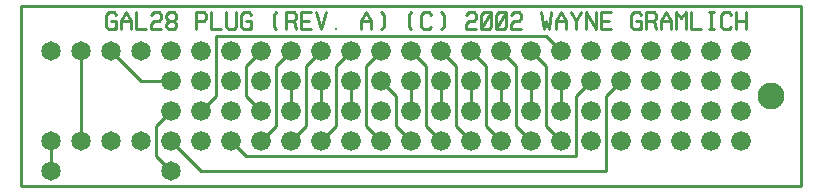
<source format=gtl>
%MOIN*%
%FSLAX25Y25*%
G04 D10 used for Character Trace; *
G04     Circle (OD=.01000) (No hole)*
G04 D11 used for Power Trace; *
G04     Circle (OD=.06700) (No hole)*
G04 D12 used for Signal Trace; *
G04     Circle (OD=.01100) (No hole)*
G04 D13 used for Via; *
G04     Circle (OD=.05800) (Round. Hole ID=.02800)*
G04 D14 used for Component hole; *
G04     Circle (OD=.06500) (Round. Hole ID=.03500)*
G04 D15 used for Component hole; *
G04     Circle (OD=.06600) (Round. Hole ID=.04200)*
G04 D16 used for Component hole; *
G04     Circle (OD=.08200) (Round. Hole ID=.05200)*
G04 D17 used for Component hole; *
G04     Circle (OD=.08950) (Round. Hole ID=.05950)*
G04 D18 used for Component hole; *
G04     Circle (OD=.11600) (Round. Hole ID=.08600)*
G04 D19 used for Component hole; *
G04     Circle (OD=.15500) (Round. Hole ID=.12500)*
G04 D20 used for Component hole; *
G04     Circle (OD=.18200) (Round. Hole ID=.15200)*
G04 D21 used for Component hole; *
G04     Circle (OD=.24300) (Round. Hole ID=.21300)*
%ADD10C,.01000*%
%ADD11C,.06700*%
%ADD12C,.01100*%
%ADD13C,.05800*%
%ADD14C,.06500*%
%ADD15C,.06600*%
%ADD16C,.08200*%
%ADD17C,.08950*%
%ADD18C,.11600*%
%ADD19C,.15500*%
%ADD20C,.18200*%
%ADD21C,.24300*%
%IPPOS*%
%LPD*%
G90*X0Y0D02*D14*X10000Y5000D03*D12*Y15000D01*D14* 
D03*X20000D03*D12*Y45000D01*D14*D03*D10*          
X31674Y53086D02*X30837Y52129D01*X29163D01*        
X28326Y53086D01*Y56914D01*X29163Y57871D01*        
X30837D01*X31674Y56914D01*X30000Y55000D02*        
X31674D01*Y52129D01*X33326D02*Y55000D01*          
X35000Y57871D01*X36674Y55000D01*Y52129D01*        
X33326Y55000D02*X36674D01*X38326Y57871D02*        
Y52129D01*X41674D01*X43326Y56914D02*              
X44163Y57871D01*X45837D01*X46674Y56914D01*        
Y55957D01*X45837Y55000D01*X44163D01*              
X43326Y54043D01*Y52129D01*X46674D01*              
X49163Y55000D02*X48326Y55957D01*Y56914D01*        
X49163Y57871D01*X50837D01*X51674Y56914D01*        
Y55957D01*X50837Y55000D01*X49163D01*              
X48326Y54043D01*Y53086D01*X49163Y52129D01*        
X50837D01*X51674Y53086D01*Y54043D01*              
X50837Y55000D01*X58326Y52129D02*Y57871D01*        
X60837D01*X61674Y56914D01*Y55957D01*              
X60837Y55000D01*X58326D01*X63326Y57871D02*        
Y52129D01*X66674D01*X71674Y57871D02*Y53086D01*    
X70837Y52129D01*X69163D01*X68326Y53086D01*        
Y57871D01*X76674Y53086D02*X75837Y52129D01*        
X74163D01*X73326Y53086D01*Y56914D01*              
X74163Y57871D01*X75837D01*X76674Y56914D01*        
X75000Y55000D02*X76674D01*Y52129D01*              
X85000Y57871D02*X84163Y56914D01*Y53086D01*        
X85000Y52129D01*X88326D02*Y57871D01*X90837D01*    
X91674Y56914D01*Y55957D01*X90837Y55000D01*        
X88326D01*X90837D02*X91674Y52129D01*X96674D02*    
X93326D01*Y57871D01*X96674D01*X93326Y55000D02*    
X95837D01*X98326Y57871D02*X100000Y52129D01*       
X101674Y57871D01*X105000Y52129D03*X113326D02*     
Y55000D01*X115000Y57871D01*X116674Y55000D01*      
Y52129D01*X113326Y55000D02*X116674D01*            
X120000Y57871D02*X120837Y56914D01*Y53086D01*      
X120000Y52129D01*X130000Y57871D02*                
X129163Y56914D01*Y53086D01*X130000Y52129D01*      
X136674Y53086D02*X135837Y52129D01*X134163D01*     
X133326Y53086D01*Y56914D01*X134163Y57871D01*      
X135837D01*X136674Y56914D01*X140000Y57871D02*     
X140837Y56914D01*Y53086D01*X140000Y52129D01*      
X148326Y56914D02*X149163Y57871D01*X150837D01*     
X151674Y56914D01*Y55957D01*X150837Y55000D01*      
X149163D01*X148326Y54043D01*Y52129D01*X151674D01* 
X156674Y53086D02*X155837Y52129D01*X154163D01*     
X153326Y53086D01*Y56914D01*X154163Y57871D01*      
X155837D01*X156674Y56914D01*Y53086D01*            
X153326Y52129D02*X156674Y57871D01*                
X161674Y53086D02*X160837Y52129D01*X159163D01*     
X158326Y53086D01*Y56914D01*X159163Y57871D01*      
X160837D01*X161674Y56914D01*Y53086D01*            
X158326Y52129D02*X161674Y57871D01*                
X163326Y56914D02*X164163Y57871D01*X165837D01*     
X166674Y56914D01*Y55957D01*X165837Y55000D01*      
X164163D01*X163326Y54043D01*Y52129D01*X166674D01* 
X173326Y57871D02*X174163Y52129D01*                
X175000Y55000D01*X175837Y52129D01*                
X176674Y57871D01*X178326Y52129D02*Y55000D01*      
X180000Y57871D01*X181674Y55000D01*Y52129D01*      
X178326Y55000D02*X181674D01*X183326Y57871D02*     
X185000Y55000D01*X186674Y57871D01*                
X185000Y55000D02*Y52129D01*X188326D02*Y57871D01*  
X191674Y52129D01*Y57871D01*X196674Y52129D02*      
X193326D01*Y57871D01*X196674D01*X193326Y55000D02* 
X195837D01*X206674Y53086D02*X205837Y52129D01*     
X204163D01*X203326Y53086D01*Y56914D01*            
X204163Y57871D01*X205837D01*X206674Y56914D01*     
X205000Y55000D02*X206674D01*Y52129D01*X208326D02* 
Y57871D01*X210837D01*X211674Y56914D01*Y55957D01*  
X210837Y55000D01*X208326D01*X210837D02*           
X211674Y52129D01*X213326D02*Y55000D01*            
X215000Y57871D01*X216674Y55000D01*Y52129D01*      
X213326Y55000D02*X216674D01*X218326Y52129D02*     
Y57871D01*X220000Y55957D01*X221674Y57871D01*      
Y52129D01*X223326Y57871D02*Y52129D01*X226674D01*  
X230000D02*Y57871D01*X229163Y52129D02*X230837D01* 
X229163Y57871D02*X230837D01*X236674Y53086D02*     
X235837Y52129D01*X234163D01*X233326Y53086D01*     
Y56914D01*X234163Y57871D01*X235837D01*            
X236674Y56914D01*X238326Y52129D02*Y57871D01*      
X241674Y52129D02*Y57871D01*X238326Y55000D02*      
X241674D01*D14*X30000Y45000D03*D12*               
X40000Y35000D01*X50000D01*D15*D03*X60000Y25000D03*
D12*X65000Y30000D01*Y50000D01*X175000D01*         
X180000Y45000D01*D15*D03*D12*X175000Y20000D02*    
Y40000D01*X180000Y15000D02*X175000Y20000D01*D15*  
X180000Y15000D03*D12*X75000Y10000D02*X185000D01*  
X75000D02*X70000Y15000D01*D15*D03*X80000Y25000D03*
D12*X75000Y30000D01*Y40000D01*X80000Y45000D01*D15*
D03*D12*X85000Y20000D02*Y40000D01*X80000Y15000D02*
X85000Y20000D01*D15*X80000Y15000D03*              
X90000Y25000D03*D12*Y35000D01*D15*D03*D12*        
X95000Y20000D02*Y40000D01*X90000Y15000D02*        
X95000Y20000D01*D15*X90000Y15000D03*              
X100000Y25000D03*D12*Y35000D01*D15*D03*D12*       
X105000Y20000D02*Y40000D01*X100000Y15000D02*      
X105000Y20000D01*D15*X100000Y15000D03*            
X110000Y25000D03*D12*Y35000D01*D15*D03*D12*       
X115000Y20000D02*Y40000D01*X120000Y15000D02*      
X115000Y20000D01*D15*X120000Y15000D03*D12*        
X130000D02*X125000Y20000D01*D15*X130000Y15000D03* 
D12*X140000D02*X135000Y20000D01*D15*              
X140000Y15000D03*D12*X150000D02*X145000Y20000D01* 
D15*X150000Y15000D03*D12*X160000D02*              
X155000Y20000D01*D15*X160000Y15000D03*D12*        
X170000D02*X165000Y20000D01*D15*X170000Y15000D03* 
D12*X165000Y20000D02*Y40000D01*X160000Y45000D01*  
D15*D03*D12*X155000Y20000D02*Y40000D01*D15*       
X160000Y25000D03*D12*Y35000D01*D15*D03*D12*       
X155000Y40000D02*X150000Y45000D01*D15*D03*D12*    
X145000Y20000D02*Y40000D01*D15*X150000Y25000D03*  
D12*Y35000D01*D15*D03*D12*X145000Y40000D02*       
X140000Y45000D01*D15*D03*D12*X135000Y20000D02*    
Y40000D01*D15*X140000Y25000D03*D12*Y35000D01*D15* 
D03*D12*X135000Y40000D02*X130000Y45000D01*D15*D03*
X120000Y35000D03*D12*X125000Y30000D01*Y20000D01*  
D15*X130000Y25000D03*D12*Y35000D01*D15*D03*       
X120000Y45000D03*D12*X115000Y40000D01*D15*        
X110000Y45000D03*D12*X105000Y40000D01*D15*        
X100000Y45000D03*D12*X95000Y40000D01*D15*         
X90000Y45000D03*D12*X85000Y40000D01*D15*          
X80000Y35000D03*X70000Y25000D03*Y45000D03*        
Y35000D03*X110000Y15000D03*X60000D03*Y45000D03*   
Y35000D03*D14*X50000Y5000D03*D12*X45000Y10000D01* 
Y20000D01*X50000Y25000D01*D15*D03*D14*            
X40000Y15000D03*D15*X50000D03*D12*X60000Y5000D01* 
X195000D01*Y30000D01*X200000Y35000D01*D15*D03*    
X210000Y25000D03*Y45000D03*X190000D03*Y25000D03*  
X210000Y35000D03*X200000Y45000D03*                
X190000Y35000D03*D12*X185000Y30000D01*Y10000D01*  
D15*X190000Y15000D03*X200000Y25000D03*X170000D03* 
D12*Y35000D01*D15*D03*D12*X175000Y40000D02*       
X170000Y45000D01*D15*D03*X180000Y35000D03*D12*    
Y25000D01*D15*D03*X200000Y15000D03*X210000D03*    
X220000D03*Y25000D03*Y35000D03*Y45000D03*         
X230000Y15000D03*Y25000D03*Y35000D03*Y45000D03*   
X240000Y15000D03*Y25000D03*X120000D03*            
X240000Y35000D03*Y45000D03*D17*X250000Y30000D03*  
D12*X0Y0D02*X260000D01*X0D02*Y60000D01*X260000D01*
Y0D01*D15*X50000Y45000D03*D14*X40000D03*          
X30000Y15000D03*X10000Y45000D03*M02*              

</source>
